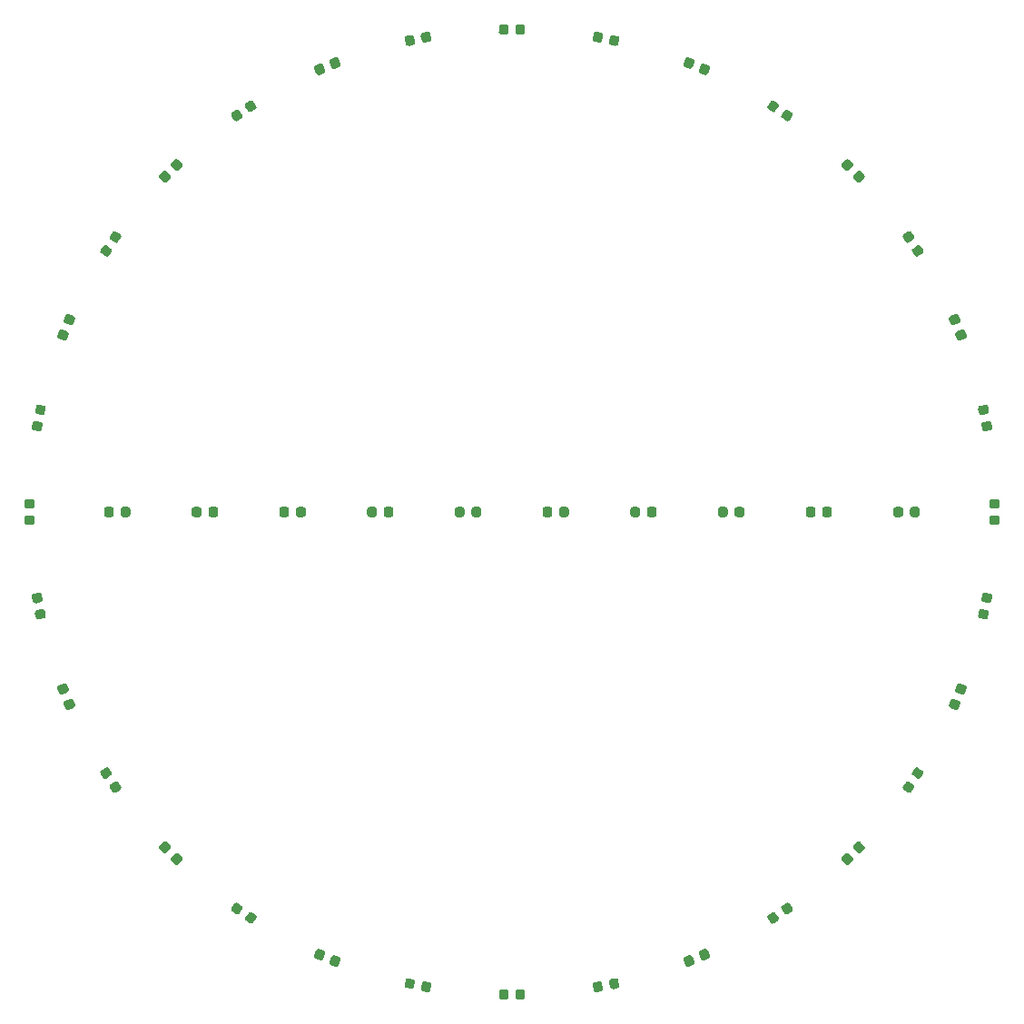
<source format=gbr>
%TF.GenerationSoftware,KiCad,Pcbnew,5.1.12-84ad8e8a86~92~ubuntu20.04.1*%
%TF.CreationDate,2021-11-26T19:12:35+01:00*%
%TF.ProjectId,led-ring-with-crossbar,6c65642d-7269-46e6-972d-776974682d63,rev?*%
%TF.SameCoordinates,Original*%
%TF.FileFunction,Paste,Bot*%
%TF.FilePolarity,Positive*%
%FSLAX46Y46*%
G04 Gerber Fmt 4.6, Leading zero omitted, Abs format (unit mm)*
G04 Created by KiCad (PCBNEW 5.1.12-84ad8e8a86~92~ubuntu20.04.1) date 2021-11-26 19:12:35*
%MOMM*%
%LPD*%
G01*
G04 APERTURE LIST*
G04 APERTURE END LIST*
%TO.C,C42*%
G36*
G01*
X63505000Y-100250000D02*
X63505000Y-99750000D01*
G75*
G02*
X63730000Y-99525000I225000J0D01*
G01*
X64180000Y-99525000D01*
G75*
G02*
X64405000Y-99750000I0J-225000D01*
G01*
X64405000Y-100250000D01*
G75*
G02*
X64180000Y-100475000I-225000J0D01*
G01*
X63730000Y-100475000D01*
G75*
G02*
X63505000Y-100250000I0J225000D01*
G01*
G37*
G36*
G01*
X61955000Y-100250000D02*
X61955000Y-99750000D01*
G75*
G02*
X62180000Y-99525000I225000J0D01*
G01*
X62630000Y-99525000D01*
G75*
G02*
X62855000Y-99750000I0J-225000D01*
G01*
X62855000Y-100250000D01*
G75*
G02*
X62630000Y-100475000I-225000J0D01*
G01*
X62180000Y-100475000D01*
G75*
G02*
X61955000Y-100250000I0J225000D01*
G01*
G37*
%TD*%
%TO.C,C41*%
G36*
G01*
X71685000Y-100250000D02*
X71685000Y-99750000D01*
G75*
G02*
X71910000Y-99525000I225000J0D01*
G01*
X72360000Y-99525000D01*
G75*
G02*
X72585000Y-99750000I0J-225000D01*
G01*
X72585000Y-100250000D01*
G75*
G02*
X72360000Y-100475000I-225000J0D01*
G01*
X71910000Y-100475000D01*
G75*
G02*
X71685000Y-100250000I0J225000D01*
G01*
G37*
G36*
G01*
X70135000Y-100250000D02*
X70135000Y-99750000D01*
G75*
G02*
X70360000Y-99525000I225000J0D01*
G01*
X70810000Y-99525000D01*
G75*
G02*
X71035000Y-99750000I0J-225000D01*
G01*
X71035000Y-100250000D01*
G75*
G02*
X70810000Y-100475000I-225000J0D01*
G01*
X70360000Y-100475000D01*
G75*
G02*
X70135000Y-100250000I0J225000D01*
G01*
G37*
%TD*%
%TO.C,C40*%
G36*
G01*
X79865000Y-100250000D02*
X79865000Y-99750000D01*
G75*
G02*
X80090000Y-99525000I225000J0D01*
G01*
X80540000Y-99525000D01*
G75*
G02*
X80765000Y-99750000I0J-225000D01*
G01*
X80765000Y-100250000D01*
G75*
G02*
X80540000Y-100475000I-225000J0D01*
G01*
X80090000Y-100475000D01*
G75*
G02*
X79865000Y-100250000I0J225000D01*
G01*
G37*
G36*
G01*
X78315000Y-100250000D02*
X78315000Y-99750000D01*
G75*
G02*
X78540000Y-99525000I225000J0D01*
G01*
X78990000Y-99525000D01*
G75*
G02*
X79215000Y-99750000I0J-225000D01*
G01*
X79215000Y-100250000D01*
G75*
G02*
X78990000Y-100475000I-225000J0D01*
G01*
X78540000Y-100475000D01*
G75*
G02*
X78315000Y-100250000I0J225000D01*
G01*
G37*
%TD*%
%TO.C,C39*%
G36*
G01*
X88045000Y-100250000D02*
X88045000Y-99750000D01*
G75*
G02*
X88270000Y-99525000I225000J0D01*
G01*
X88720000Y-99525000D01*
G75*
G02*
X88945000Y-99750000I0J-225000D01*
G01*
X88945000Y-100250000D01*
G75*
G02*
X88720000Y-100475000I-225000J0D01*
G01*
X88270000Y-100475000D01*
G75*
G02*
X88045000Y-100250000I0J225000D01*
G01*
G37*
G36*
G01*
X86495000Y-100250000D02*
X86495000Y-99750000D01*
G75*
G02*
X86720000Y-99525000I225000J0D01*
G01*
X87170000Y-99525000D01*
G75*
G02*
X87395000Y-99750000I0J-225000D01*
G01*
X87395000Y-100250000D01*
G75*
G02*
X87170000Y-100475000I-225000J0D01*
G01*
X86720000Y-100475000D01*
G75*
G02*
X86495000Y-100250000I0J225000D01*
G01*
G37*
%TD*%
%TO.C,C38*%
G36*
G01*
X96225000Y-100250000D02*
X96225000Y-99750000D01*
G75*
G02*
X96450000Y-99525000I225000J0D01*
G01*
X96900000Y-99525000D01*
G75*
G02*
X97125000Y-99750000I0J-225000D01*
G01*
X97125000Y-100250000D01*
G75*
G02*
X96900000Y-100475000I-225000J0D01*
G01*
X96450000Y-100475000D01*
G75*
G02*
X96225000Y-100250000I0J225000D01*
G01*
G37*
G36*
G01*
X94675000Y-100250000D02*
X94675000Y-99750000D01*
G75*
G02*
X94900000Y-99525000I225000J0D01*
G01*
X95350000Y-99525000D01*
G75*
G02*
X95575000Y-99750000I0J-225000D01*
G01*
X95575000Y-100250000D01*
G75*
G02*
X95350000Y-100475000I-225000J0D01*
G01*
X94900000Y-100475000D01*
G75*
G02*
X94675000Y-100250000I0J225000D01*
G01*
G37*
%TD*%
%TO.C,C37*%
G36*
G01*
X104405000Y-100250000D02*
X104405000Y-99750000D01*
G75*
G02*
X104630000Y-99525000I225000J0D01*
G01*
X105080000Y-99525000D01*
G75*
G02*
X105305000Y-99750000I0J-225000D01*
G01*
X105305000Y-100250000D01*
G75*
G02*
X105080000Y-100475000I-225000J0D01*
G01*
X104630000Y-100475000D01*
G75*
G02*
X104405000Y-100250000I0J225000D01*
G01*
G37*
G36*
G01*
X102855000Y-100250000D02*
X102855000Y-99750000D01*
G75*
G02*
X103080000Y-99525000I225000J0D01*
G01*
X103530000Y-99525000D01*
G75*
G02*
X103755000Y-99750000I0J-225000D01*
G01*
X103755000Y-100250000D01*
G75*
G02*
X103530000Y-100475000I-225000J0D01*
G01*
X103080000Y-100475000D01*
G75*
G02*
X102855000Y-100250000I0J225000D01*
G01*
G37*
%TD*%
%TO.C,C36*%
G36*
G01*
X112585000Y-100250000D02*
X112585000Y-99750000D01*
G75*
G02*
X112810000Y-99525000I225000J0D01*
G01*
X113260000Y-99525000D01*
G75*
G02*
X113485000Y-99750000I0J-225000D01*
G01*
X113485000Y-100250000D01*
G75*
G02*
X113260000Y-100475000I-225000J0D01*
G01*
X112810000Y-100475000D01*
G75*
G02*
X112585000Y-100250000I0J225000D01*
G01*
G37*
G36*
G01*
X111035000Y-100250000D02*
X111035000Y-99750000D01*
G75*
G02*
X111260000Y-99525000I225000J0D01*
G01*
X111710000Y-99525000D01*
G75*
G02*
X111935000Y-99750000I0J-225000D01*
G01*
X111935000Y-100250000D01*
G75*
G02*
X111710000Y-100475000I-225000J0D01*
G01*
X111260000Y-100475000D01*
G75*
G02*
X111035000Y-100250000I0J225000D01*
G01*
G37*
%TD*%
%TO.C,C35*%
G36*
G01*
X120765000Y-100250000D02*
X120765000Y-99750000D01*
G75*
G02*
X120990000Y-99525000I225000J0D01*
G01*
X121440000Y-99525000D01*
G75*
G02*
X121665000Y-99750000I0J-225000D01*
G01*
X121665000Y-100250000D01*
G75*
G02*
X121440000Y-100475000I-225000J0D01*
G01*
X120990000Y-100475000D01*
G75*
G02*
X120765000Y-100250000I0J225000D01*
G01*
G37*
G36*
G01*
X119215000Y-100250000D02*
X119215000Y-99750000D01*
G75*
G02*
X119440000Y-99525000I225000J0D01*
G01*
X119890000Y-99525000D01*
G75*
G02*
X120115000Y-99750000I0J-225000D01*
G01*
X120115000Y-100250000D01*
G75*
G02*
X119890000Y-100475000I-225000J0D01*
G01*
X119440000Y-100475000D01*
G75*
G02*
X119215000Y-100250000I0J225000D01*
G01*
G37*
%TD*%
%TO.C,C34*%
G36*
G01*
X128945000Y-100250000D02*
X128945000Y-99750000D01*
G75*
G02*
X129170000Y-99525000I225000J0D01*
G01*
X129620000Y-99525000D01*
G75*
G02*
X129845000Y-99750000I0J-225000D01*
G01*
X129845000Y-100250000D01*
G75*
G02*
X129620000Y-100475000I-225000J0D01*
G01*
X129170000Y-100475000D01*
G75*
G02*
X128945000Y-100250000I0J225000D01*
G01*
G37*
G36*
G01*
X127395000Y-100250000D02*
X127395000Y-99750000D01*
G75*
G02*
X127620000Y-99525000I225000J0D01*
G01*
X128070000Y-99525000D01*
G75*
G02*
X128295000Y-99750000I0J-225000D01*
G01*
X128295000Y-100250000D01*
G75*
G02*
X128070000Y-100475000I-225000J0D01*
G01*
X127620000Y-100475000D01*
G75*
G02*
X127395000Y-100250000I0J225000D01*
G01*
G37*
%TD*%
%TO.C,C33*%
G36*
G01*
X137125000Y-100250000D02*
X137125000Y-99750000D01*
G75*
G02*
X137350000Y-99525000I225000J0D01*
G01*
X137800000Y-99525000D01*
G75*
G02*
X138025000Y-99750000I0J-225000D01*
G01*
X138025000Y-100250000D01*
G75*
G02*
X137800000Y-100475000I-225000J0D01*
G01*
X137350000Y-100475000D01*
G75*
G02*
X137125000Y-100250000I0J225000D01*
G01*
G37*
G36*
G01*
X135575000Y-100250000D02*
X135575000Y-99750000D01*
G75*
G02*
X135800000Y-99525000I225000J0D01*
G01*
X136250000Y-99525000D01*
G75*
G02*
X136475000Y-99750000I0J-225000D01*
G01*
X136475000Y-100250000D01*
G75*
G02*
X136250000Y-100475000I-225000J0D01*
G01*
X135800000Y-100475000D01*
G75*
G02*
X135575000Y-100250000I0J225000D01*
G01*
G37*
%TD*%
%TO.C,C32*%
G36*
G01*
X144750000Y-100325000D02*
X145250000Y-100325000D01*
G75*
G02*
X145475000Y-100550000I0J-225000D01*
G01*
X145475000Y-101000000D01*
G75*
G02*
X145250000Y-101225000I-225000J0D01*
G01*
X144750000Y-101225000D01*
G75*
G02*
X144525000Y-101000000I0J225000D01*
G01*
X144525000Y-100550000D01*
G75*
G02*
X144750000Y-100325000I225000J0D01*
G01*
G37*
G36*
G01*
X144750000Y-98775000D02*
X145250000Y-98775000D01*
G75*
G02*
X145475000Y-99000000I0J-225000D01*
G01*
X145475000Y-99450000D01*
G75*
G02*
X145250000Y-99675000I-225000J0D01*
G01*
X144750000Y-99675000D01*
G75*
G02*
X144525000Y-99450000I0J225000D01*
G01*
X144525000Y-99000000D01*
G75*
G02*
X144750000Y-98775000I225000J0D01*
G01*
G37*
%TD*%
%TO.C,C31*%
G36*
G01*
X143826164Y-109048713D02*
X144316472Y-109146686D01*
G75*
G02*
X144493022Y-109411412I-44088J-220638D01*
G01*
X144404846Y-109852689D01*
G75*
G02*
X144140120Y-110029239I-220638J44088D01*
G01*
X143649812Y-109931266D01*
G75*
G02*
X143473262Y-109666540I44088J220638D01*
G01*
X143561438Y-109225263D01*
G75*
G02*
X143826164Y-109048713I220638J-44088D01*
G01*
G37*
G36*
G01*
X144129880Y-107528761D02*
X144620188Y-107626734D01*
G75*
G02*
X144796738Y-107891460I-44088J-220638D01*
G01*
X144708562Y-108332737D01*
G75*
G02*
X144443836Y-108509287I-220638J44088D01*
G01*
X143953528Y-108411314D01*
G75*
G02*
X143776978Y-108146588I44088J220638D01*
G01*
X143865154Y-107705311D01*
G75*
G02*
X144129880Y-107528761I220638J-44088D01*
G01*
G37*
%TD*%
%TO.C,C30*%
G36*
G01*
X141219658Y-117425590D02*
X141681598Y-117616932D01*
G75*
G02*
X141803367Y-117910909I-86104J-207873D01*
G01*
X141631159Y-118326655D01*
G75*
G02*
X141337182Y-118448424I-207873J86104D01*
G01*
X140875242Y-118257082D01*
G75*
G02*
X140753473Y-117963105I86104J207873D01*
G01*
X140925681Y-117547359D01*
G75*
G02*
X141219658Y-117425590I207873J-86104D01*
G01*
G37*
G36*
G01*
X141812818Y-115993576D02*
X142274758Y-116184918D01*
G75*
G02*
X142396527Y-116478895I-86104J-207873D01*
G01*
X142224319Y-116894641D01*
G75*
G02*
X141930342Y-117016410I-207873J86104D01*
G01*
X141468402Y-116825068D01*
G75*
G02*
X141346633Y-116531091I86104J207873D01*
G01*
X141518841Y-116115345D01*
G75*
G02*
X141812818Y-115993576I207873J-86104D01*
G01*
G37*
%TD*%
%TO.C,C29*%
G36*
G01*
X137027458Y-125131996D02*
X137442951Y-125410143D01*
G75*
G02*
X137504756Y-125722282I-125167J-186972D01*
G01*
X137254423Y-126096225D01*
G75*
G02*
X136942284Y-126158030I-186972J125167D01*
G01*
X136526791Y-125879883D01*
G75*
G02*
X136464986Y-125567744I125167J186972D01*
G01*
X136715319Y-125193801D01*
G75*
G02*
X137027458Y-125131996I186972J-125167D01*
G01*
G37*
G36*
G01*
X137889716Y-123843970D02*
X138305209Y-124122117D01*
G75*
G02*
X138367014Y-124434256I-125167J-186972D01*
G01*
X138116681Y-124808199D01*
G75*
G02*
X137804542Y-124870004I-186972J125167D01*
G01*
X137389049Y-124591857D01*
G75*
G02*
X137327244Y-124279718I125167J186972D01*
G01*
X137577577Y-123905775D01*
G75*
G02*
X137889716Y-123843970I186972J-125167D01*
G01*
G37*
%TD*%
%TO.C,C28*%
G36*
G01*
X131413413Y-131873033D02*
X131766967Y-132226587D01*
G75*
G02*
X131766967Y-132544785I-159099J-159099D01*
G01*
X131448769Y-132862983D01*
G75*
G02*
X131130571Y-132862983I-159099J159099D01*
G01*
X130777017Y-132509429D01*
G75*
G02*
X130777017Y-132191231I159099J159099D01*
G01*
X131095215Y-131873033D01*
G75*
G02*
X131413413Y-131873033I159099J-159099D01*
G01*
G37*
G36*
G01*
X132509429Y-130777017D02*
X132862983Y-131130571D01*
G75*
G02*
X132862983Y-131448769I-159099J-159099D01*
G01*
X132544785Y-131766967D01*
G75*
G02*
X132226587Y-131766967I-159099J159099D01*
G01*
X131873033Y-131413413D01*
G75*
G02*
X131873033Y-131095215I159099J159099D01*
G01*
X132191231Y-130777017D01*
G75*
G02*
X132509429Y-130777017I159099J-159099D01*
G01*
G37*
%TD*%
%TO.C,C27*%
G36*
G01*
X124591905Y-137388335D02*
X124869327Y-137804313D01*
G75*
G02*
X124806977Y-138116343I-187190J-124840D01*
G01*
X124432597Y-138366023D01*
G75*
G02*
X124120567Y-138303673I-124840J187190D01*
G01*
X123843145Y-137887695D01*
G75*
G02*
X123905495Y-137575665I187190J124840D01*
G01*
X124279875Y-137325985D01*
G75*
G02*
X124591905Y-137388335I124840J-187190D01*
G01*
G37*
G36*
G01*
X125881433Y-136528327D02*
X126158855Y-136944305D01*
G75*
G02*
X126096505Y-137256335I-187190J-124840D01*
G01*
X125722125Y-137506015D01*
G75*
G02*
X125410095Y-137443665I-124840J187190D01*
G01*
X125132673Y-137027687D01*
G75*
G02*
X125195023Y-136715657I187190J124840D01*
G01*
X125569403Y-136465977D01*
G75*
G02*
X125881433Y-136528327I124840J-187190D01*
G01*
G37*
%TD*%
%TO.C,C26*%
G36*
G01*
X116825068Y-141468402D02*
X117016410Y-141930342D01*
G75*
G02*
X116894641Y-142224319I-207873J-86104D01*
G01*
X116478895Y-142396527D01*
G75*
G02*
X116184918Y-142274758I-86104J207873D01*
G01*
X115993576Y-141812818D01*
G75*
G02*
X116115345Y-141518841I207873J86104D01*
G01*
X116531091Y-141346633D01*
G75*
G02*
X116825068Y-141468402I86104J-207873D01*
G01*
G37*
G36*
G01*
X118257082Y-140875242D02*
X118448424Y-141337182D01*
G75*
G02*
X118326655Y-141631159I-207873J-86104D01*
G01*
X117910909Y-141803367D01*
G75*
G02*
X117616932Y-141681598I-86104J207873D01*
G01*
X117425590Y-141219658D01*
G75*
G02*
X117547359Y-140925681I207873J86104D01*
G01*
X117963105Y-140753473D01*
G75*
G02*
X118257082Y-140875242I86104J-207873D01*
G01*
G37*
%TD*%
%TO.C,C25*%
G36*
G01*
X108411631Y-143952887D02*
X108508748Y-144443365D01*
G75*
G02*
X108331736Y-144707783I-220715J-43703D01*
G01*
X107890307Y-144795189D01*
G75*
G02*
X107625889Y-144618177I-43703J220715D01*
G01*
X107528772Y-144127699D01*
G75*
G02*
X107705784Y-143863281I220715J43703D01*
G01*
X108147213Y-143775875D01*
G75*
G02*
X108411631Y-143952887I43703J-220715D01*
G01*
G37*
G36*
G01*
X109932111Y-143651823D02*
X110029228Y-144142301D01*
G75*
G02*
X109852216Y-144406719I-220715J-43703D01*
G01*
X109410787Y-144494125D01*
G75*
G02*
X109146369Y-144317113I-43703J220715D01*
G01*
X109049252Y-143826635D01*
G75*
G02*
X109226264Y-143562217I220715J43703D01*
G01*
X109667693Y-143474811D01*
G75*
G02*
X109932111Y-143651823I43703J-220715D01*
G01*
G37*
%TD*%
%TO.C,C24*%
G36*
G01*
X99675000Y-144750000D02*
X99675000Y-145250000D01*
G75*
G02*
X99450000Y-145475000I-225000J0D01*
G01*
X99000000Y-145475000D01*
G75*
G02*
X98775000Y-145250000I0J225000D01*
G01*
X98775000Y-144750000D01*
G75*
G02*
X99000000Y-144525000I225000J0D01*
G01*
X99450000Y-144525000D01*
G75*
G02*
X99675000Y-144750000I0J-225000D01*
G01*
G37*
G36*
G01*
X101225000Y-144750000D02*
X101225000Y-145250000D01*
G75*
G02*
X101000000Y-145475000I-225000J0D01*
G01*
X100550000Y-145475000D01*
G75*
G02*
X100325000Y-145250000I0J225000D01*
G01*
X100325000Y-144750000D01*
G75*
G02*
X100550000Y-144525000I225000J0D01*
G01*
X101000000Y-144525000D01*
G75*
G02*
X101225000Y-144750000I0J-225000D01*
G01*
G37*
%TD*%
%TO.C,C23*%
G36*
G01*
X90951287Y-143826164D02*
X90853314Y-144316472D01*
G75*
G02*
X90588588Y-144493022I-220638J44088D01*
G01*
X90147311Y-144404846D01*
G75*
G02*
X89970761Y-144140120I44088J220638D01*
G01*
X90068734Y-143649812D01*
G75*
G02*
X90333460Y-143473262I220638J-44088D01*
G01*
X90774737Y-143561438D01*
G75*
G02*
X90951287Y-143826164I-44088J-220638D01*
G01*
G37*
G36*
G01*
X92471239Y-144129880D02*
X92373266Y-144620188D01*
G75*
G02*
X92108540Y-144796738I-220638J44088D01*
G01*
X91667263Y-144708562D01*
G75*
G02*
X91490713Y-144443836I44088J220638D01*
G01*
X91588686Y-143953528D01*
G75*
G02*
X91853412Y-143776978I220638J-44088D01*
G01*
X92294689Y-143865154D01*
G75*
G02*
X92471239Y-144129880I-44088J-220638D01*
G01*
G37*
%TD*%
%TO.C,C22*%
G36*
G01*
X82574410Y-141219658D02*
X82383068Y-141681598D01*
G75*
G02*
X82089091Y-141803367I-207873J86104D01*
G01*
X81673345Y-141631159D01*
G75*
G02*
X81551576Y-141337182I86104J207873D01*
G01*
X81742918Y-140875242D01*
G75*
G02*
X82036895Y-140753473I207873J-86104D01*
G01*
X82452641Y-140925681D01*
G75*
G02*
X82574410Y-141219658I-86104J-207873D01*
G01*
G37*
G36*
G01*
X84006424Y-141812818D02*
X83815082Y-142274758D01*
G75*
G02*
X83521105Y-142396527I-207873J86104D01*
G01*
X83105359Y-142224319D01*
G75*
G02*
X82983590Y-141930342I86104J207873D01*
G01*
X83174932Y-141468402D01*
G75*
G02*
X83468909Y-141346633I207873J-86104D01*
G01*
X83884655Y-141518841D01*
G75*
G02*
X84006424Y-141812818I-86104J-207873D01*
G01*
G37*
%TD*%
%TO.C,C21*%
G36*
G01*
X74868004Y-137027458D02*
X74589857Y-137442951D01*
G75*
G02*
X74277718Y-137504756I-186972J125167D01*
G01*
X73903775Y-137254423D01*
G75*
G02*
X73841970Y-136942284I125167J186972D01*
G01*
X74120117Y-136526791D01*
G75*
G02*
X74432256Y-136464986I186972J-125167D01*
G01*
X74806199Y-136715319D01*
G75*
G02*
X74868004Y-137027458I-125167J-186972D01*
G01*
G37*
G36*
G01*
X76156030Y-137889716D02*
X75877883Y-138305209D01*
G75*
G02*
X75565744Y-138367014I-186972J125167D01*
G01*
X75191801Y-138116681D01*
G75*
G02*
X75129996Y-137804542I125167J186972D01*
G01*
X75408143Y-137389049D01*
G75*
G02*
X75720282Y-137327244I186972J-125167D01*
G01*
X76094225Y-137577577D01*
G75*
G02*
X76156030Y-137889716I-125167J-186972D01*
G01*
G37*
%TD*%
%TO.C,C20*%
G36*
G01*
X68126967Y-131413413D02*
X67773413Y-131766967D01*
G75*
G02*
X67455215Y-131766967I-159099J159099D01*
G01*
X67137017Y-131448769D01*
G75*
G02*
X67137017Y-131130571I159099J159099D01*
G01*
X67490571Y-130777017D01*
G75*
G02*
X67808769Y-130777017I159099J-159099D01*
G01*
X68126967Y-131095215D01*
G75*
G02*
X68126967Y-131413413I-159099J-159099D01*
G01*
G37*
G36*
G01*
X69222983Y-132509429D02*
X68869429Y-132862983D01*
G75*
G02*
X68551231Y-132862983I-159099J159099D01*
G01*
X68233033Y-132544785D01*
G75*
G02*
X68233033Y-132226587I159099J159099D01*
G01*
X68586587Y-131873033D01*
G75*
G02*
X68904785Y-131873033I159099J-159099D01*
G01*
X69222983Y-132191231D01*
G75*
G02*
X69222983Y-132509429I-159099J-159099D01*
G01*
G37*
%TD*%
%TO.C,C19*%
G36*
G01*
X62611665Y-124591905D02*
X62195687Y-124869327D01*
G75*
G02*
X61883657Y-124806977I-124840J187190D01*
G01*
X61633977Y-124432597D01*
G75*
G02*
X61696327Y-124120567I187190J124840D01*
G01*
X62112305Y-123843145D01*
G75*
G02*
X62424335Y-123905495I124840J-187190D01*
G01*
X62674015Y-124279875D01*
G75*
G02*
X62611665Y-124591905I-187190J-124840D01*
G01*
G37*
G36*
G01*
X63471673Y-125881433D02*
X63055695Y-126158855D01*
G75*
G02*
X62743665Y-126096505I-124840J187190D01*
G01*
X62493985Y-125722125D01*
G75*
G02*
X62556335Y-125410095I187190J124840D01*
G01*
X62972313Y-125132673D01*
G75*
G02*
X63284343Y-125195023I124840J-187190D01*
G01*
X63534023Y-125569403D01*
G75*
G02*
X63471673Y-125881433I-187190J-124840D01*
G01*
G37*
%TD*%
%TO.C,C18*%
G36*
G01*
X58531598Y-116825068D02*
X58069658Y-117016410D01*
G75*
G02*
X57775681Y-116894641I-86104J207873D01*
G01*
X57603473Y-116478895D01*
G75*
G02*
X57725242Y-116184918I207873J86104D01*
G01*
X58187182Y-115993576D01*
G75*
G02*
X58481159Y-116115345I86104J-207873D01*
G01*
X58653367Y-116531091D01*
G75*
G02*
X58531598Y-116825068I-207873J-86104D01*
G01*
G37*
G36*
G01*
X59124758Y-118257082D02*
X58662818Y-118448424D01*
G75*
G02*
X58368841Y-118326655I-86104J207873D01*
G01*
X58196633Y-117910909D01*
G75*
G02*
X58318402Y-117616932I207873J86104D01*
G01*
X58780342Y-117425590D01*
G75*
G02*
X59074319Y-117547359I86104J-207873D01*
G01*
X59246527Y-117963105D01*
G75*
G02*
X59124758Y-118257082I-207873J-86104D01*
G01*
G37*
%TD*%
%TO.C,C17*%
G36*
G01*
X56047113Y-108411631D02*
X55556635Y-108508748D01*
G75*
G02*
X55292217Y-108331736I-43703J220715D01*
G01*
X55204811Y-107890307D01*
G75*
G02*
X55381823Y-107625889I220715J43703D01*
G01*
X55872301Y-107528772D01*
G75*
G02*
X56136719Y-107705784I43703J-220715D01*
G01*
X56224125Y-108147213D01*
G75*
G02*
X56047113Y-108411631I-220715J-43703D01*
G01*
G37*
G36*
G01*
X56348177Y-109932111D02*
X55857699Y-110029228D01*
G75*
G02*
X55593281Y-109852216I-43703J220715D01*
G01*
X55505875Y-109410787D01*
G75*
G02*
X55682887Y-109146369I220715J43703D01*
G01*
X56173365Y-109049252D01*
G75*
G02*
X56437783Y-109226264I43703J-220715D01*
G01*
X56525189Y-109667693D01*
G75*
G02*
X56348177Y-109932111I-220715J-43703D01*
G01*
G37*
%TD*%
%TO.C,C16*%
G36*
G01*
X55250000Y-99675000D02*
X54750000Y-99675000D01*
G75*
G02*
X54525000Y-99450000I0J225000D01*
G01*
X54525000Y-99000000D01*
G75*
G02*
X54750000Y-98775000I225000J0D01*
G01*
X55250000Y-98775000D01*
G75*
G02*
X55475000Y-99000000I0J-225000D01*
G01*
X55475000Y-99450000D01*
G75*
G02*
X55250000Y-99675000I-225000J0D01*
G01*
G37*
G36*
G01*
X55250000Y-101225000D02*
X54750000Y-101225000D01*
G75*
G02*
X54525000Y-101000000I0J225000D01*
G01*
X54525000Y-100550000D01*
G75*
G02*
X54750000Y-100325000I225000J0D01*
G01*
X55250000Y-100325000D01*
G75*
G02*
X55475000Y-100550000I0J-225000D01*
G01*
X55475000Y-101000000D01*
G75*
G02*
X55250000Y-101225000I-225000J0D01*
G01*
G37*
%TD*%
%TO.C,C15*%
G36*
G01*
X56173836Y-90951287D02*
X55683528Y-90853314D01*
G75*
G02*
X55506978Y-90588588I44088J220638D01*
G01*
X55595154Y-90147311D01*
G75*
G02*
X55859880Y-89970761I220638J-44088D01*
G01*
X56350188Y-90068734D01*
G75*
G02*
X56526738Y-90333460I-44088J-220638D01*
G01*
X56438562Y-90774737D01*
G75*
G02*
X56173836Y-90951287I-220638J44088D01*
G01*
G37*
G36*
G01*
X55870120Y-92471239D02*
X55379812Y-92373266D01*
G75*
G02*
X55203262Y-92108540I44088J220638D01*
G01*
X55291438Y-91667263D01*
G75*
G02*
X55556164Y-91490713I220638J-44088D01*
G01*
X56046472Y-91588686D01*
G75*
G02*
X56223022Y-91853412I-44088J-220638D01*
G01*
X56134846Y-92294689D01*
G75*
G02*
X55870120Y-92471239I-220638J44088D01*
G01*
G37*
%TD*%
%TO.C,C14*%
G36*
G01*
X58780342Y-82574410D02*
X58318402Y-82383068D01*
G75*
G02*
X58196633Y-82089091I86104J207873D01*
G01*
X58368841Y-81673345D01*
G75*
G02*
X58662818Y-81551576I207873J-86104D01*
G01*
X59124758Y-81742918D01*
G75*
G02*
X59246527Y-82036895I-86104J-207873D01*
G01*
X59074319Y-82452641D01*
G75*
G02*
X58780342Y-82574410I-207873J86104D01*
G01*
G37*
G36*
G01*
X58187182Y-84006424D02*
X57725242Y-83815082D01*
G75*
G02*
X57603473Y-83521105I86104J207873D01*
G01*
X57775681Y-83105359D01*
G75*
G02*
X58069658Y-82983590I207873J-86104D01*
G01*
X58531598Y-83174932D01*
G75*
G02*
X58653367Y-83468909I-86104J-207873D01*
G01*
X58481159Y-83884655D01*
G75*
G02*
X58187182Y-84006424I-207873J86104D01*
G01*
G37*
%TD*%
%TO.C,C13*%
G36*
G01*
X62972542Y-74868004D02*
X62557049Y-74589857D01*
G75*
G02*
X62495244Y-74277718I125167J186972D01*
G01*
X62745577Y-73903775D01*
G75*
G02*
X63057716Y-73841970I186972J-125167D01*
G01*
X63473209Y-74120117D01*
G75*
G02*
X63535014Y-74432256I-125167J-186972D01*
G01*
X63284681Y-74806199D01*
G75*
G02*
X62972542Y-74868004I-186972J125167D01*
G01*
G37*
G36*
G01*
X62110284Y-76156030D02*
X61694791Y-75877883D01*
G75*
G02*
X61632986Y-75565744I125167J186972D01*
G01*
X61883319Y-75191801D01*
G75*
G02*
X62195458Y-75129996I186972J-125167D01*
G01*
X62610951Y-75408143D01*
G75*
G02*
X62672756Y-75720282I-125167J-186972D01*
G01*
X62422423Y-76094225D01*
G75*
G02*
X62110284Y-76156030I-186972J125167D01*
G01*
G37*
%TD*%
%TO.C,C12*%
G36*
G01*
X68586587Y-68126967D02*
X68233033Y-67773413D01*
G75*
G02*
X68233033Y-67455215I159099J159099D01*
G01*
X68551231Y-67137017D01*
G75*
G02*
X68869429Y-67137017I159099J-159099D01*
G01*
X69222983Y-67490571D01*
G75*
G02*
X69222983Y-67808769I-159099J-159099D01*
G01*
X68904785Y-68126967D01*
G75*
G02*
X68586587Y-68126967I-159099J159099D01*
G01*
G37*
G36*
G01*
X67490571Y-69222983D02*
X67137017Y-68869429D01*
G75*
G02*
X67137017Y-68551231I159099J159099D01*
G01*
X67455215Y-68233033D01*
G75*
G02*
X67773413Y-68233033I159099J-159099D01*
G01*
X68126967Y-68586587D01*
G75*
G02*
X68126967Y-68904785I-159099J-159099D01*
G01*
X67808769Y-69222983D01*
G75*
G02*
X67490571Y-69222983I-159099J159099D01*
G01*
G37*
%TD*%
%TO.C,C11*%
G36*
G01*
X75399095Y-62611665D02*
X75121673Y-62195687D01*
G75*
G02*
X75184023Y-61883657I187190J124840D01*
G01*
X75558403Y-61633977D01*
G75*
G02*
X75870433Y-61696327I124840J-187190D01*
G01*
X76147855Y-62112305D01*
G75*
G02*
X76085505Y-62424335I-187190J-124840D01*
G01*
X75711125Y-62674015D01*
G75*
G02*
X75399095Y-62611665I-124840J187190D01*
G01*
G37*
G36*
G01*
X74109567Y-63471673D02*
X73832145Y-63055695D01*
G75*
G02*
X73894495Y-62743665I187190J124840D01*
G01*
X74268875Y-62493985D01*
G75*
G02*
X74580905Y-62556335I124840J-187190D01*
G01*
X74858327Y-62972313D01*
G75*
G02*
X74795977Y-63284343I-187190J-124840D01*
G01*
X74421597Y-63534023D01*
G75*
G02*
X74109567Y-63471673I-124840J187190D01*
G01*
G37*
%TD*%
%TO.C,C10*%
G36*
G01*
X83174932Y-58531598D02*
X82983590Y-58069658D01*
G75*
G02*
X83105359Y-57775681I207873J86104D01*
G01*
X83521105Y-57603473D01*
G75*
G02*
X83815082Y-57725242I86104J-207873D01*
G01*
X84006424Y-58187182D01*
G75*
G02*
X83884655Y-58481159I-207873J-86104D01*
G01*
X83468909Y-58653367D01*
G75*
G02*
X83174932Y-58531598I-86104J207873D01*
G01*
G37*
G36*
G01*
X81742918Y-59124758D02*
X81551576Y-58662818D01*
G75*
G02*
X81673345Y-58368841I207873J86104D01*
G01*
X82089091Y-58196633D01*
G75*
G02*
X82383068Y-58318402I86104J-207873D01*
G01*
X82574410Y-58780342D01*
G75*
G02*
X82452641Y-59074319I-207873J-86104D01*
G01*
X82036895Y-59246527D01*
G75*
G02*
X81742918Y-59124758I-86104J207873D01*
G01*
G37*
%TD*%
%TO.C,C9*%
G36*
G01*
X91588369Y-56047113D02*
X91491252Y-55556635D01*
G75*
G02*
X91668264Y-55292217I220715J43703D01*
G01*
X92109693Y-55204811D01*
G75*
G02*
X92374111Y-55381823I43703J-220715D01*
G01*
X92471228Y-55872301D01*
G75*
G02*
X92294216Y-56136719I-220715J-43703D01*
G01*
X91852787Y-56224125D01*
G75*
G02*
X91588369Y-56047113I-43703J220715D01*
G01*
G37*
G36*
G01*
X90067889Y-56348177D02*
X89970772Y-55857699D01*
G75*
G02*
X90147784Y-55593281I220715J43703D01*
G01*
X90589213Y-55505875D01*
G75*
G02*
X90853631Y-55682887I43703J-220715D01*
G01*
X90950748Y-56173365D01*
G75*
G02*
X90773736Y-56437783I-220715J-43703D01*
G01*
X90332307Y-56525189D01*
G75*
G02*
X90067889Y-56348177I-43703J220715D01*
G01*
G37*
%TD*%
%TO.C,C8*%
G36*
G01*
X100325000Y-55250000D02*
X100325000Y-54750000D01*
G75*
G02*
X100550000Y-54525000I225000J0D01*
G01*
X101000000Y-54525000D01*
G75*
G02*
X101225000Y-54750000I0J-225000D01*
G01*
X101225000Y-55250000D01*
G75*
G02*
X101000000Y-55475000I-225000J0D01*
G01*
X100550000Y-55475000D01*
G75*
G02*
X100325000Y-55250000I0J225000D01*
G01*
G37*
G36*
G01*
X98775000Y-55250000D02*
X98775000Y-54750000D01*
G75*
G02*
X99000000Y-54525000I225000J0D01*
G01*
X99450000Y-54525000D01*
G75*
G02*
X99675000Y-54750000I0J-225000D01*
G01*
X99675000Y-55250000D01*
G75*
G02*
X99450000Y-55475000I-225000J0D01*
G01*
X99000000Y-55475000D01*
G75*
G02*
X98775000Y-55250000I0J225000D01*
G01*
G37*
%TD*%
%TO.C,C7*%
G36*
G01*
X109048713Y-56173836D02*
X109146686Y-55683528D01*
G75*
G02*
X109411412Y-55506978I220638J-44088D01*
G01*
X109852689Y-55595154D01*
G75*
G02*
X110029239Y-55859880I-44088J-220638D01*
G01*
X109931266Y-56350188D01*
G75*
G02*
X109666540Y-56526738I-220638J44088D01*
G01*
X109225263Y-56438562D01*
G75*
G02*
X109048713Y-56173836I44088J220638D01*
G01*
G37*
G36*
G01*
X107528761Y-55870120D02*
X107626734Y-55379812D01*
G75*
G02*
X107891460Y-55203262I220638J-44088D01*
G01*
X108332737Y-55291438D01*
G75*
G02*
X108509287Y-55556164I-44088J-220638D01*
G01*
X108411314Y-56046472D01*
G75*
G02*
X108146588Y-56223022I-220638J44088D01*
G01*
X107705311Y-56134846D01*
G75*
G02*
X107528761Y-55870120I44088J220638D01*
G01*
G37*
%TD*%
%TO.C,C6*%
G36*
G01*
X117425590Y-58780342D02*
X117616932Y-58318402D01*
G75*
G02*
X117910909Y-58196633I207873J-86104D01*
G01*
X118326655Y-58368841D01*
G75*
G02*
X118448424Y-58662818I-86104J-207873D01*
G01*
X118257082Y-59124758D01*
G75*
G02*
X117963105Y-59246527I-207873J86104D01*
G01*
X117547359Y-59074319D01*
G75*
G02*
X117425590Y-58780342I86104J207873D01*
G01*
G37*
G36*
G01*
X115993576Y-58187182D02*
X116184918Y-57725242D01*
G75*
G02*
X116478895Y-57603473I207873J-86104D01*
G01*
X116894641Y-57775681D01*
G75*
G02*
X117016410Y-58069658I-86104J-207873D01*
G01*
X116825068Y-58531598D01*
G75*
G02*
X116531091Y-58653367I-207873J86104D01*
G01*
X116115345Y-58481159D01*
G75*
G02*
X115993576Y-58187182I86104J207873D01*
G01*
G37*
%TD*%
%TO.C,C5*%
G36*
G01*
X125131996Y-62972542D02*
X125410143Y-62557049D01*
G75*
G02*
X125722282Y-62495244I186972J-125167D01*
G01*
X126096225Y-62745577D01*
G75*
G02*
X126158030Y-63057716I-125167J-186972D01*
G01*
X125879883Y-63473209D01*
G75*
G02*
X125567744Y-63535014I-186972J125167D01*
G01*
X125193801Y-63284681D01*
G75*
G02*
X125131996Y-62972542I125167J186972D01*
G01*
G37*
G36*
G01*
X123843970Y-62110284D02*
X124122117Y-61694791D01*
G75*
G02*
X124434256Y-61632986I186972J-125167D01*
G01*
X124808199Y-61883319D01*
G75*
G02*
X124870004Y-62195458I-125167J-186972D01*
G01*
X124591857Y-62610951D01*
G75*
G02*
X124279718Y-62672756I-186972J125167D01*
G01*
X123905775Y-62422423D01*
G75*
G02*
X123843970Y-62110284I125167J186972D01*
G01*
G37*
%TD*%
%TO.C,C4*%
G36*
G01*
X131873033Y-68586587D02*
X132226587Y-68233033D01*
G75*
G02*
X132544785Y-68233033I159099J-159099D01*
G01*
X132862983Y-68551231D01*
G75*
G02*
X132862983Y-68869429I-159099J-159099D01*
G01*
X132509429Y-69222983D01*
G75*
G02*
X132191231Y-69222983I-159099J159099D01*
G01*
X131873033Y-68904785D01*
G75*
G02*
X131873033Y-68586587I159099J159099D01*
G01*
G37*
G36*
G01*
X130777017Y-67490571D02*
X131130571Y-67137017D01*
G75*
G02*
X131448769Y-67137017I159099J-159099D01*
G01*
X131766967Y-67455215D01*
G75*
G02*
X131766967Y-67773413I-159099J-159099D01*
G01*
X131413413Y-68126967D01*
G75*
G02*
X131095215Y-68126967I-159099J159099D01*
G01*
X130777017Y-67808769D01*
G75*
G02*
X130777017Y-67490571I159099J159099D01*
G01*
G37*
%TD*%
%TO.C,C3*%
G36*
G01*
X137388335Y-75408095D02*
X137804313Y-75130673D01*
G75*
G02*
X138116343Y-75193023I124840J-187190D01*
G01*
X138366023Y-75567403D01*
G75*
G02*
X138303673Y-75879433I-187190J-124840D01*
G01*
X137887695Y-76156855D01*
G75*
G02*
X137575665Y-76094505I-124840J187190D01*
G01*
X137325985Y-75720125D01*
G75*
G02*
X137388335Y-75408095I187190J124840D01*
G01*
G37*
G36*
G01*
X136528327Y-74118567D02*
X136944305Y-73841145D01*
G75*
G02*
X137256335Y-73903495I124840J-187190D01*
G01*
X137506015Y-74277875D01*
G75*
G02*
X137443665Y-74589905I-187190J-124840D01*
G01*
X137027687Y-74867327D01*
G75*
G02*
X136715657Y-74804977I-124840J187190D01*
G01*
X136465977Y-74430597D01*
G75*
G02*
X136528327Y-74118567I187190J124840D01*
G01*
G37*
%TD*%
%TO.C,C2*%
G36*
G01*
X141468402Y-83174932D02*
X141930342Y-82983590D01*
G75*
G02*
X142224319Y-83105359I86104J-207873D01*
G01*
X142396527Y-83521105D01*
G75*
G02*
X142274758Y-83815082I-207873J-86104D01*
G01*
X141812818Y-84006424D01*
G75*
G02*
X141518841Y-83884655I-86104J207873D01*
G01*
X141346633Y-83468909D01*
G75*
G02*
X141468402Y-83174932I207873J86104D01*
G01*
G37*
G36*
G01*
X140875242Y-81742918D02*
X141337182Y-81551576D01*
G75*
G02*
X141631159Y-81673345I86104J-207873D01*
G01*
X141803367Y-82089091D01*
G75*
G02*
X141681598Y-82383068I-207873J-86104D01*
G01*
X141219658Y-82574410D01*
G75*
G02*
X140925681Y-82452641I-86104J207873D01*
G01*
X140753473Y-82036895D01*
G75*
G02*
X140875242Y-81742918I207873J86104D01*
G01*
G37*
%TD*%
%TO.C,C1*%
G36*
G01*
X143952887Y-91588369D02*
X144443365Y-91491252D01*
G75*
G02*
X144707783Y-91668264I43703J-220715D01*
G01*
X144795189Y-92109693D01*
G75*
G02*
X144618177Y-92374111I-220715J-43703D01*
G01*
X144127699Y-92471228D01*
G75*
G02*
X143863281Y-92294216I-43703J220715D01*
G01*
X143775875Y-91852787D01*
G75*
G02*
X143952887Y-91588369I220715J43703D01*
G01*
G37*
G36*
G01*
X143651823Y-90067889D02*
X144142301Y-89970772D01*
G75*
G02*
X144406719Y-90147784I43703J-220715D01*
G01*
X144494125Y-90589213D01*
G75*
G02*
X144317113Y-90853631I-220715J-43703D01*
G01*
X143826635Y-90950748D01*
G75*
G02*
X143562217Y-90773736I-43703J220715D01*
G01*
X143474811Y-90332307D01*
G75*
G02*
X143651823Y-90067889I220715J43703D01*
G01*
G37*
%TD*%
M02*

</source>
